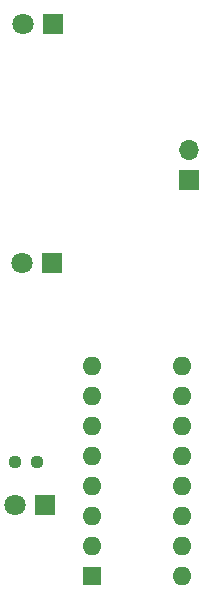
<source format=gbr>
%TF.GenerationSoftware,KiCad,Pcbnew,8.0.8*%
%TF.CreationDate,2025-03-23T13:12:37+08:00*%
%TF.ProjectId,trafficlight,74726166-6669-4636-9c69-6768742e6b69,rev?*%
%TF.SameCoordinates,Original*%
%TF.FileFunction,Soldermask,Top*%
%TF.FilePolarity,Negative*%
%FSLAX46Y46*%
G04 Gerber Fmt 4.6, Leading zero omitted, Abs format (unit mm)*
G04 Created by KiCad (PCBNEW 8.0.8) date 2025-03-23 13:12:37*
%MOMM*%
%LPD*%
G01*
G04 APERTURE LIST*
G04 Aperture macros list*
%AMRoundRect*
0 Rectangle with rounded corners*
0 $1 Rounding radius*
0 $2 $3 $4 $5 $6 $7 $8 $9 X,Y pos of 4 corners*
0 Add a 4 corners polygon primitive as box body*
4,1,4,$2,$3,$4,$5,$6,$7,$8,$9,$2,$3,0*
0 Add four circle primitives for the rounded corners*
1,1,$1+$1,$2,$3*
1,1,$1+$1,$4,$5*
1,1,$1+$1,$6,$7*
1,1,$1+$1,$8,$9*
0 Add four rect primitives between the rounded corners*
20,1,$1+$1,$2,$3,$4,$5,0*
20,1,$1+$1,$4,$5,$6,$7,0*
20,1,$1+$1,$6,$7,$8,$9,0*
20,1,$1+$1,$8,$9,$2,$3,0*%
G04 Aperture macros list end*
%ADD10R,1.800000X1.800000*%
%ADD11C,1.800000*%
%ADD12RoundRect,0.237500X-0.250000X-0.237500X0.250000X-0.237500X0.250000X0.237500X-0.250000X0.237500X0*%
%ADD13R,1.700000X1.700000*%
%ADD14O,1.700000X1.700000*%
%ADD15R,1.600000X1.600000*%
%ADD16O,1.600000X1.600000*%
G04 APERTURE END LIST*
D10*
%TO.C,D2*%
X145395200Y-100411800D03*
D11*
X142855200Y-100411800D03*
%TD*%
D10*
%TO.C,D1*%
X145471400Y-80193400D03*
D11*
X142931400Y-80193400D03*
%TD*%
D10*
%TO.C,D3*%
X144861800Y-120858800D03*
D11*
X142321800Y-120858800D03*
%TD*%
D12*
%TO.C,R5*%
X142300200Y-117201200D03*
X144125200Y-117201200D03*
%TD*%
D13*
%TO.C,J1*%
X156977600Y-93350600D03*
D14*
X156977600Y-90810600D03*
%TD*%
D15*
%TO.C,U2*%
X148808800Y-126914400D03*
D16*
X148808800Y-124374400D03*
X148808800Y-121834400D03*
X148808800Y-119294400D03*
X148808800Y-116754400D03*
X148808800Y-114214400D03*
X148808800Y-111674400D03*
X148808800Y-109134400D03*
X156428800Y-109134400D03*
X156428800Y-111674400D03*
X156428800Y-114214400D03*
X156428800Y-116754400D03*
X156428800Y-119294400D03*
X156428800Y-121834400D03*
X156428800Y-124374400D03*
X156428800Y-126914400D03*
%TD*%
M02*

</source>
